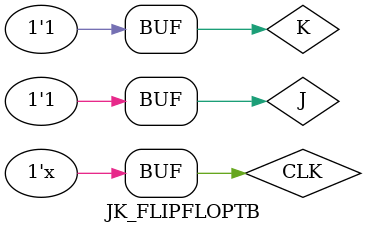
<source format=v>
`timescale 1ns / 1ps


module JK_FLIPFLOPTB;
reg CLK;  
    reg J;
    reg K;  
    wire Q;
    wire QB;
    JK_FLIPFLOP uut(.j(J),.k(K),.q(Q),.qb(QB),.clk(CLK));
 
    initial
    begin 
    CLK <=0;
   
    end
            always #10 CLK = ~CLK;
            initial
            begin
            J=0;K=0;
            #200
            J=0;K=1;
            #200
            J=1;K=0;
            #200
            J=1;K=1;
            #200
            J=0;K=0;
            #200
            J=0;K=1;
            #200
            J=1;K=0;
            #200
            J=1;K=1;
            end
   endmodule

</source>
